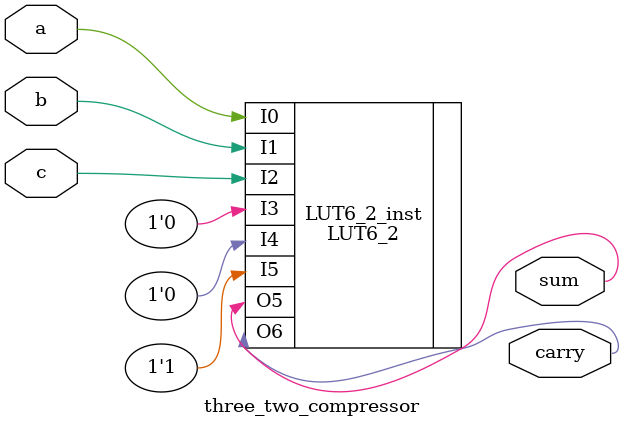
<source format=v>
`timescale 1ns / 1ps


module three_two_compressor(a,b,c,sum,carry);

input a,b,c;
output sum, carry;


LUT6_2 #(
   .INIT(64'h000000E800000096) // Specify LUT Contents
) LUT6_2_inst (
   .O6(carry), // 1-bit LUT6 output
   .O5(sum), // 1-bit lower LUT5 output
   .I0(a), // 1-bit LUT input
   .I1(b), // 1-bit LUT input
   .I2(c), // 1-bit LUT input
   .I3(1'd0), // 1-bit LUT input
   .I4(1'd0), // 1-bit LUT input
   .I5(1'b1)  // 1-bit LUT input (fast MUX select only available to O6 output)
);



endmodule

</source>
